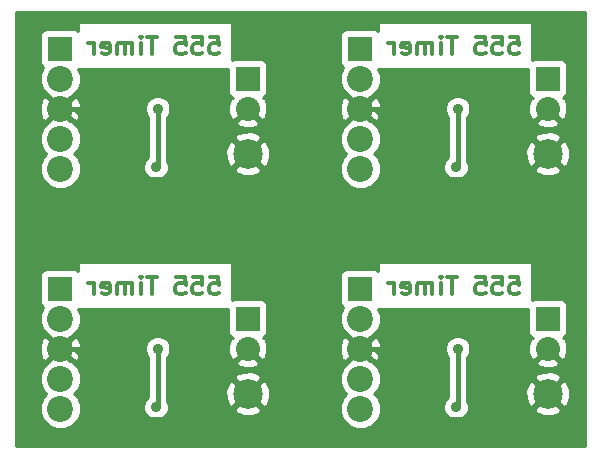
<source format=gbl>
G04 (created by PCBNEW (2013-07-07 BZR 4022)-stable) date 29/12/2014 16:41:19*
%MOIN*%
G04 Gerber Fmt 3.4, Leading zero omitted, Abs format*
%FSLAX34Y34*%
G01*
G70*
G90*
G04 APERTURE LIST*
%ADD10C,0.00590551*%
%ADD11C,0.011811*%
%ADD12C,0.0984252*%
%ADD13R,0.0827X0.0827*%
%ADD14C,0.0866*%
%ADD15R,0.08X0.08*%
%ADD16C,0.08*%
%ADD17C,0.035*%
%ADD18C,0.015*%
%ADD19C,0.01*%
G04 APERTURE END LIST*
G54D10*
G54D11*
X47741Y-22598D02*
X48023Y-22598D01*
X48051Y-22879D01*
X48023Y-22851D01*
X47966Y-22823D01*
X47826Y-22823D01*
X47770Y-22851D01*
X47741Y-22879D01*
X47713Y-22935D01*
X47713Y-23076D01*
X47741Y-23132D01*
X47770Y-23160D01*
X47826Y-23189D01*
X47966Y-23189D01*
X48023Y-23160D01*
X48051Y-23132D01*
X47179Y-22598D02*
X47460Y-22598D01*
X47488Y-22879D01*
X47460Y-22851D01*
X47404Y-22823D01*
X47263Y-22823D01*
X47207Y-22851D01*
X47179Y-22879D01*
X47151Y-22935D01*
X47151Y-23076D01*
X47179Y-23132D01*
X47207Y-23160D01*
X47263Y-23189D01*
X47404Y-23189D01*
X47460Y-23160D01*
X47488Y-23132D01*
X46617Y-22598D02*
X46898Y-22598D01*
X46926Y-22879D01*
X46898Y-22851D01*
X46842Y-22823D01*
X46701Y-22823D01*
X46645Y-22851D01*
X46617Y-22879D01*
X46588Y-22935D01*
X46588Y-23076D01*
X46617Y-23132D01*
X46645Y-23160D01*
X46701Y-23189D01*
X46842Y-23189D01*
X46898Y-23160D01*
X46926Y-23132D01*
X45970Y-22598D02*
X45632Y-22598D01*
X45801Y-23189D02*
X45801Y-22598D01*
X45435Y-23189D02*
X45435Y-22795D01*
X45435Y-22598D02*
X45464Y-22626D01*
X45435Y-22654D01*
X45407Y-22626D01*
X45435Y-22598D01*
X45435Y-22654D01*
X45154Y-23189D02*
X45154Y-22795D01*
X45154Y-22851D02*
X45126Y-22823D01*
X45070Y-22795D01*
X44986Y-22795D01*
X44929Y-22823D01*
X44901Y-22879D01*
X44901Y-23189D01*
X44901Y-22879D02*
X44873Y-22823D01*
X44817Y-22795D01*
X44732Y-22795D01*
X44676Y-22823D01*
X44648Y-22879D01*
X44648Y-23189D01*
X44142Y-23160D02*
X44198Y-23189D01*
X44311Y-23189D01*
X44367Y-23160D01*
X44395Y-23104D01*
X44395Y-22879D01*
X44367Y-22823D01*
X44311Y-22795D01*
X44198Y-22795D01*
X44142Y-22823D01*
X44114Y-22879D01*
X44114Y-22935D01*
X44395Y-22992D01*
X43861Y-23189D02*
X43861Y-22795D01*
X43861Y-22907D02*
X43833Y-22851D01*
X43804Y-22823D01*
X43748Y-22795D01*
X43692Y-22795D01*
X57741Y-22598D02*
X58023Y-22598D01*
X58051Y-22879D01*
X58023Y-22851D01*
X57966Y-22823D01*
X57826Y-22823D01*
X57770Y-22851D01*
X57741Y-22879D01*
X57713Y-22935D01*
X57713Y-23076D01*
X57741Y-23132D01*
X57770Y-23160D01*
X57826Y-23189D01*
X57966Y-23189D01*
X58023Y-23160D01*
X58051Y-23132D01*
X57179Y-22598D02*
X57460Y-22598D01*
X57488Y-22879D01*
X57460Y-22851D01*
X57404Y-22823D01*
X57263Y-22823D01*
X57207Y-22851D01*
X57179Y-22879D01*
X57151Y-22935D01*
X57151Y-23076D01*
X57179Y-23132D01*
X57207Y-23160D01*
X57263Y-23189D01*
X57404Y-23189D01*
X57460Y-23160D01*
X57488Y-23132D01*
X56617Y-22598D02*
X56898Y-22598D01*
X56926Y-22879D01*
X56898Y-22851D01*
X56842Y-22823D01*
X56701Y-22823D01*
X56645Y-22851D01*
X56617Y-22879D01*
X56588Y-22935D01*
X56588Y-23076D01*
X56617Y-23132D01*
X56645Y-23160D01*
X56701Y-23189D01*
X56842Y-23189D01*
X56898Y-23160D01*
X56926Y-23132D01*
X55970Y-22598D02*
X55632Y-22598D01*
X55801Y-23189D02*
X55801Y-22598D01*
X55435Y-23189D02*
X55435Y-22795D01*
X55435Y-22598D02*
X55464Y-22626D01*
X55435Y-22654D01*
X55407Y-22626D01*
X55435Y-22598D01*
X55435Y-22654D01*
X55154Y-23189D02*
X55154Y-22795D01*
X55154Y-22851D02*
X55126Y-22823D01*
X55070Y-22795D01*
X54986Y-22795D01*
X54929Y-22823D01*
X54901Y-22879D01*
X54901Y-23189D01*
X54901Y-22879D02*
X54873Y-22823D01*
X54817Y-22795D01*
X54732Y-22795D01*
X54676Y-22823D01*
X54648Y-22879D01*
X54648Y-23189D01*
X54142Y-23160D02*
X54198Y-23189D01*
X54311Y-23189D01*
X54367Y-23160D01*
X54395Y-23104D01*
X54395Y-22879D01*
X54367Y-22823D01*
X54311Y-22795D01*
X54198Y-22795D01*
X54142Y-22823D01*
X54114Y-22879D01*
X54114Y-22935D01*
X54395Y-22992D01*
X53861Y-23189D02*
X53861Y-22795D01*
X53861Y-22907D02*
X53833Y-22851D01*
X53804Y-22823D01*
X53748Y-22795D01*
X53692Y-22795D01*
X57741Y-14598D02*
X58023Y-14598D01*
X58051Y-14879D01*
X58023Y-14851D01*
X57966Y-14823D01*
X57826Y-14823D01*
X57770Y-14851D01*
X57741Y-14879D01*
X57713Y-14935D01*
X57713Y-15076D01*
X57741Y-15132D01*
X57770Y-15160D01*
X57826Y-15189D01*
X57966Y-15189D01*
X58023Y-15160D01*
X58051Y-15132D01*
X57179Y-14598D02*
X57460Y-14598D01*
X57488Y-14879D01*
X57460Y-14851D01*
X57404Y-14823D01*
X57263Y-14823D01*
X57207Y-14851D01*
X57179Y-14879D01*
X57151Y-14935D01*
X57151Y-15076D01*
X57179Y-15132D01*
X57207Y-15160D01*
X57263Y-15189D01*
X57404Y-15189D01*
X57460Y-15160D01*
X57488Y-15132D01*
X56617Y-14598D02*
X56898Y-14598D01*
X56926Y-14879D01*
X56898Y-14851D01*
X56842Y-14823D01*
X56701Y-14823D01*
X56645Y-14851D01*
X56617Y-14879D01*
X56588Y-14935D01*
X56588Y-15076D01*
X56617Y-15132D01*
X56645Y-15160D01*
X56701Y-15189D01*
X56842Y-15189D01*
X56898Y-15160D01*
X56926Y-15132D01*
X55970Y-14598D02*
X55632Y-14598D01*
X55801Y-15189D02*
X55801Y-14598D01*
X55435Y-15189D02*
X55435Y-14795D01*
X55435Y-14598D02*
X55464Y-14626D01*
X55435Y-14654D01*
X55407Y-14626D01*
X55435Y-14598D01*
X55435Y-14654D01*
X55154Y-15189D02*
X55154Y-14795D01*
X55154Y-14851D02*
X55126Y-14823D01*
X55070Y-14795D01*
X54986Y-14795D01*
X54929Y-14823D01*
X54901Y-14879D01*
X54901Y-15189D01*
X54901Y-14879D02*
X54873Y-14823D01*
X54817Y-14795D01*
X54732Y-14795D01*
X54676Y-14823D01*
X54648Y-14879D01*
X54648Y-15189D01*
X54142Y-15160D02*
X54198Y-15189D01*
X54311Y-15189D01*
X54367Y-15160D01*
X54395Y-15104D01*
X54395Y-14879D01*
X54367Y-14823D01*
X54311Y-14795D01*
X54198Y-14795D01*
X54142Y-14823D01*
X54114Y-14879D01*
X54114Y-14935D01*
X54395Y-14992D01*
X53861Y-15189D02*
X53861Y-14795D01*
X53861Y-14907D02*
X53833Y-14851D01*
X53804Y-14823D01*
X53748Y-14795D01*
X53692Y-14795D01*
X47741Y-14598D02*
X48023Y-14598D01*
X48051Y-14879D01*
X48023Y-14851D01*
X47966Y-14823D01*
X47826Y-14823D01*
X47770Y-14851D01*
X47741Y-14879D01*
X47713Y-14935D01*
X47713Y-15076D01*
X47741Y-15132D01*
X47770Y-15160D01*
X47826Y-15189D01*
X47966Y-15189D01*
X48023Y-15160D01*
X48051Y-15132D01*
X47179Y-14598D02*
X47460Y-14598D01*
X47488Y-14879D01*
X47460Y-14851D01*
X47404Y-14823D01*
X47263Y-14823D01*
X47207Y-14851D01*
X47179Y-14879D01*
X47151Y-14935D01*
X47151Y-15076D01*
X47179Y-15132D01*
X47207Y-15160D01*
X47263Y-15189D01*
X47404Y-15189D01*
X47460Y-15160D01*
X47488Y-15132D01*
X46617Y-14598D02*
X46898Y-14598D01*
X46926Y-14879D01*
X46898Y-14851D01*
X46842Y-14823D01*
X46701Y-14823D01*
X46645Y-14851D01*
X46617Y-14879D01*
X46588Y-14935D01*
X46588Y-15076D01*
X46617Y-15132D01*
X46645Y-15160D01*
X46701Y-15189D01*
X46842Y-15189D01*
X46898Y-15160D01*
X46926Y-15132D01*
X45970Y-14598D02*
X45632Y-14598D01*
X45801Y-15189D02*
X45801Y-14598D01*
X45435Y-15189D02*
X45435Y-14795D01*
X45435Y-14598D02*
X45464Y-14626D01*
X45435Y-14654D01*
X45407Y-14626D01*
X45435Y-14598D01*
X45435Y-14654D01*
X45154Y-15189D02*
X45154Y-14795D01*
X45154Y-14851D02*
X45126Y-14823D01*
X45070Y-14795D01*
X44986Y-14795D01*
X44929Y-14823D01*
X44901Y-14879D01*
X44901Y-15189D01*
X44901Y-14879D02*
X44873Y-14823D01*
X44817Y-14795D01*
X44732Y-14795D01*
X44676Y-14823D01*
X44648Y-14879D01*
X44648Y-15189D01*
X44142Y-15160D02*
X44198Y-15189D01*
X44311Y-15189D01*
X44367Y-15160D01*
X44395Y-15104D01*
X44395Y-14879D01*
X44367Y-14823D01*
X44311Y-14795D01*
X44198Y-14795D01*
X44142Y-14823D01*
X44114Y-14879D01*
X44114Y-14935D01*
X44395Y-14992D01*
X43861Y-15189D02*
X43861Y-14795D01*
X43861Y-14907D02*
X43833Y-14851D01*
X43804Y-14823D01*
X43748Y-14795D01*
X43692Y-14795D01*
G54D12*
X49000Y-26500D03*
G54D13*
X42750Y-23000D03*
G54D14*
X42750Y-24000D03*
X42750Y-25000D03*
X42750Y-26000D03*
X42750Y-27000D03*
G54D15*
X49000Y-24000D03*
G54D16*
X49000Y-25000D03*
G54D15*
X59000Y-24000D03*
G54D16*
X59000Y-25000D03*
G54D13*
X52750Y-23000D03*
G54D14*
X52750Y-24000D03*
X52750Y-25000D03*
X52750Y-26000D03*
X52750Y-27000D03*
G54D12*
X59000Y-26500D03*
X59000Y-18500D03*
G54D13*
X52750Y-15000D03*
G54D14*
X52750Y-16000D03*
X52750Y-17000D03*
X52750Y-18000D03*
X52750Y-19000D03*
G54D15*
X59000Y-16000D03*
G54D16*
X59000Y-17000D03*
G54D15*
X49000Y-16000D03*
G54D16*
X49000Y-17000D03*
G54D13*
X42750Y-15000D03*
G54D14*
X42750Y-16000D03*
X42750Y-17000D03*
X42750Y-18000D03*
X42750Y-19000D03*
G54D12*
X49000Y-18500D03*
G54D17*
X45950Y-26950D03*
X46000Y-25000D03*
X56000Y-25000D03*
X55950Y-26950D03*
X55950Y-18950D03*
X56000Y-17000D03*
X46000Y-17000D03*
X45950Y-18950D03*
X43850Y-25500D03*
X53850Y-25500D03*
X53850Y-17500D03*
X43850Y-17500D03*
G54D18*
X45950Y-26950D02*
X46000Y-26900D01*
X46000Y-26900D02*
X46000Y-25000D01*
X56000Y-26900D02*
X56000Y-25000D01*
X55950Y-26950D02*
X56000Y-26900D01*
X55950Y-18950D02*
X56000Y-18900D01*
X56000Y-18900D02*
X56000Y-17000D01*
X46000Y-18900D02*
X46000Y-17000D01*
X45950Y-18950D02*
X46000Y-18900D01*
X48100Y-27350D02*
X46750Y-27350D01*
X48950Y-26500D02*
X48100Y-27350D01*
X49000Y-26500D02*
X48950Y-26500D01*
X43350Y-25000D02*
X43850Y-25500D01*
X42750Y-25000D02*
X43350Y-25000D01*
X43250Y-25000D02*
X45600Y-27350D01*
X45600Y-27350D02*
X46750Y-27350D01*
X42750Y-25000D02*
X43250Y-25000D01*
X52750Y-25000D02*
X53250Y-25000D01*
X55600Y-27350D02*
X56750Y-27350D01*
X53250Y-25000D02*
X55600Y-27350D01*
X52750Y-25000D02*
X53350Y-25000D01*
X53350Y-25000D02*
X53850Y-25500D01*
X59000Y-26500D02*
X58950Y-26500D01*
X58950Y-26500D02*
X58100Y-27350D01*
X58100Y-27350D02*
X56750Y-27350D01*
X58100Y-19350D02*
X56750Y-19350D01*
X58950Y-18500D02*
X58100Y-19350D01*
X59000Y-18500D02*
X58950Y-18500D01*
X53350Y-17000D02*
X53850Y-17500D01*
X52750Y-17000D02*
X53350Y-17000D01*
X53250Y-17000D02*
X55600Y-19350D01*
X55600Y-19350D02*
X56750Y-19350D01*
X52750Y-17000D02*
X53250Y-17000D01*
X42750Y-17000D02*
X43250Y-17000D01*
X45600Y-19350D02*
X46750Y-19350D01*
X43250Y-17000D02*
X45600Y-19350D01*
X42750Y-17000D02*
X43350Y-17000D01*
X43350Y-17000D02*
X43850Y-17500D01*
X49000Y-18500D02*
X48950Y-18500D01*
X48950Y-18500D02*
X48100Y-19350D01*
X48100Y-19350D02*
X46750Y-19350D01*
G54D10*
G36*
X60230Y-28230D02*
X59745Y-28230D01*
X59745Y-26627D01*
X59745Y-18627D01*
X59737Y-18332D01*
X59654Y-18130D01*
X59654Y-17105D01*
X59644Y-16847D01*
X59564Y-16652D01*
X59501Y-16628D01*
X59541Y-16612D01*
X59611Y-16541D01*
X59649Y-16449D01*
X59650Y-16350D01*
X59650Y-15550D01*
X59612Y-15458D01*
X59541Y-15388D01*
X59449Y-15350D01*
X59350Y-15349D01*
X58550Y-15349D01*
X58472Y-15382D01*
X58472Y-14109D01*
X53327Y-14109D01*
X53327Y-14396D01*
X53305Y-14374D01*
X53213Y-14336D01*
X53113Y-14336D01*
X52286Y-14336D01*
X52195Y-14374D01*
X52124Y-14444D01*
X52086Y-14536D01*
X52086Y-14636D01*
X52086Y-15463D01*
X52124Y-15554D01*
X52176Y-15607D01*
X52171Y-15612D01*
X52067Y-15863D01*
X52066Y-16135D01*
X52170Y-16386D01*
X52362Y-16578D01*
X52425Y-16604D01*
X52750Y-16929D01*
X53074Y-16605D01*
X53136Y-16579D01*
X53328Y-16387D01*
X53432Y-16136D01*
X53433Y-15864D01*
X53353Y-15672D01*
X58349Y-15672D01*
X58349Y-16449D01*
X58387Y-16541D01*
X58458Y-16611D01*
X58498Y-16628D01*
X58435Y-16652D01*
X58345Y-16894D01*
X58355Y-17152D01*
X58435Y-17347D01*
X58541Y-17387D01*
X58929Y-17000D01*
X58923Y-16994D01*
X58994Y-16923D01*
X59000Y-16929D01*
X59005Y-16923D01*
X59076Y-16994D01*
X59070Y-17000D01*
X59458Y-17387D01*
X59564Y-17347D01*
X59654Y-17105D01*
X59654Y-18130D01*
X59640Y-18096D01*
X59524Y-18045D01*
X59454Y-18116D01*
X59454Y-17975D01*
X59403Y-17859D01*
X59387Y-17853D01*
X59387Y-17458D01*
X59000Y-17070D01*
X58612Y-17458D01*
X58652Y-17564D01*
X58894Y-17654D01*
X59152Y-17644D01*
X59347Y-17564D01*
X59387Y-17458D01*
X59387Y-17853D01*
X59127Y-17754D01*
X58832Y-17762D01*
X58596Y-17859D01*
X58545Y-17975D01*
X59000Y-18429D01*
X59454Y-17975D01*
X59454Y-18116D01*
X59070Y-18500D01*
X59524Y-18954D01*
X59640Y-18903D01*
X59745Y-18627D01*
X59745Y-26627D01*
X59737Y-26332D01*
X59654Y-26130D01*
X59654Y-25105D01*
X59644Y-24847D01*
X59564Y-24652D01*
X59501Y-24628D01*
X59541Y-24612D01*
X59611Y-24541D01*
X59649Y-24449D01*
X59650Y-24350D01*
X59650Y-23550D01*
X59612Y-23458D01*
X59541Y-23388D01*
X59454Y-23351D01*
X59454Y-19024D01*
X59000Y-18570D01*
X58929Y-18641D01*
X58929Y-18500D01*
X58475Y-18045D01*
X58359Y-18096D01*
X58254Y-18372D01*
X58262Y-18667D01*
X58359Y-18903D01*
X58475Y-18954D01*
X58929Y-18500D01*
X58929Y-18641D01*
X58545Y-19024D01*
X58596Y-19140D01*
X58872Y-19245D01*
X59167Y-19237D01*
X59403Y-19140D01*
X59454Y-19024D01*
X59454Y-23351D01*
X59449Y-23350D01*
X59350Y-23349D01*
X58550Y-23349D01*
X58472Y-23382D01*
X58472Y-22109D01*
X56425Y-22109D01*
X56425Y-16915D01*
X56360Y-16759D01*
X56241Y-16639D01*
X56084Y-16575D01*
X55915Y-16574D01*
X55759Y-16639D01*
X55639Y-16758D01*
X55575Y-16915D01*
X55574Y-17084D01*
X55639Y-17240D01*
X55675Y-17275D01*
X55675Y-18624D01*
X55589Y-18708D01*
X55525Y-18865D01*
X55524Y-19034D01*
X55589Y-19190D01*
X55708Y-19310D01*
X55865Y-19374D01*
X56034Y-19375D01*
X56190Y-19310D01*
X56310Y-19191D01*
X56374Y-19034D01*
X56375Y-18865D01*
X56325Y-18744D01*
X56325Y-17276D01*
X56360Y-17241D01*
X56424Y-17084D01*
X56425Y-16915D01*
X56425Y-22109D01*
X53437Y-22109D01*
X53437Y-17113D01*
X53428Y-16841D01*
X53341Y-16632D01*
X53232Y-16588D01*
X52820Y-17000D01*
X53232Y-17411D01*
X53341Y-17367D01*
X53437Y-17113D01*
X53437Y-22109D01*
X53433Y-22109D01*
X53433Y-18864D01*
X53329Y-18613D01*
X53215Y-18499D01*
X53328Y-18387D01*
X53432Y-18136D01*
X53433Y-17864D01*
X53329Y-17613D01*
X53137Y-17421D01*
X53074Y-17395D01*
X52750Y-17070D01*
X52679Y-17141D01*
X52679Y-17000D01*
X52267Y-16588D01*
X52158Y-16632D01*
X52062Y-16886D01*
X52071Y-17158D01*
X52158Y-17367D01*
X52267Y-17411D01*
X52679Y-17000D01*
X52679Y-17141D01*
X52425Y-17394D01*
X52363Y-17420D01*
X52171Y-17612D01*
X52067Y-17863D01*
X52066Y-18135D01*
X52170Y-18386D01*
X52284Y-18500D01*
X52171Y-18612D01*
X52067Y-18863D01*
X52066Y-19135D01*
X52170Y-19386D01*
X52362Y-19578D01*
X52613Y-19682D01*
X52885Y-19683D01*
X53136Y-19579D01*
X53328Y-19387D01*
X53432Y-19136D01*
X53433Y-18864D01*
X53433Y-22109D01*
X53327Y-22109D01*
X53327Y-22396D01*
X53305Y-22374D01*
X53213Y-22336D01*
X53113Y-22336D01*
X52286Y-22336D01*
X52195Y-22374D01*
X52124Y-22444D01*
X52086Y-22536D01*
X52086Y-22636D01*
X52086Y-23463D01*
X52124Y-23554D01*
X52176Y-23607D01*
X52171Y-23612D01*
X52067Y-23863D01*
X52066Y-24135D01*
X52170Y-24386D01*
X52362Y-24578D01*
X52425Y-24604D01*
X52750Y-24929D01*
X53074Y-24605D01*
X53136Y-24579D01*
X53328Y-24387D01*
X53432Y-24136D01*
X53433Y-23864D01*
X53353Y-23672D01*
X58349Y-23672D01*
X58349Y-24449D01*
X58387Y-24541D01*
X58458Y-24611D01*
X58498Y-24628D01*
X58435Y-24652D01*
X58345Y-24894D01*
X58355Y-25152D01*
X58435Y-25347D01*
X58541Y-25387D01*
X58929Y-25000D01*
X58923Y-24994D01*
X58994Y-24923D01*
X59000Y-24929D01*
X59005Y-24923D01*
X59076Y-24994D01*
X59070Y-25000D01*
X59458Y-25387D01*
X59564Y-25347D01*
X59654Y-25105D01*
X59654Y-26130D01*
X59640Y-26096D01*
X59524Y-26045D01*
X59454Y-26116D01*
X59454Y-25975D01*
X59403Y-25859D01*
X59387Y-25853D01*
X59387Y-25458D01*
X59000Y-25070D01*
X58612Y-25458D01*
X58652Y-25564D01*
X58894Y-25654D01*
X59152Y-25644D01*
X59347Y-25564D01*
X59387Y-25458D01*
X59387Y-25853D01*
X59127Y-25754D01*
X58832Y-25762D01*
X58596Y-25859D01*
X58545Y-25975D01*
X59000Y-26429D01*
X59454Y-25975D01*
X59454Y-26116D01*
X59070Y-26500D01*
X59524Y-26954D01*
X59640Y-26903D01*
X59745Y-26627D01*
X59745Y-28230D01*
X59454Y-28230D01*
X59454Y-27024D01*
X59000Y-26570D01*
X58929Y-26641D01*
X58929Y-26500D01*
X58475Y-26045D01*
X58359Y-26096D01*
X58254Y-26372D01*
X58262Y-26667D01*
X58359Y-26903D01*
X58475Y-26954D01*
X58929Y-26500D01*
X58929Y-26641D01*
X58545Y-27024D01*
X58596Y-27140D01*
X58872Y-27245D01*
X59167Y-27237D01*
X59403Y-27140D01*
X59454Y-27024D01*
X59454Y-28230D01*
X56425Y-28230D01*
X56425Y-24915D01*
X56360Y-24759D01*
X56241Y-24639D01*
X56084Y-24575D01*
X55915Y-24574D01*
X55759Y-24639D01*
X55639Y-24758D01*
X55575Y-24915D01*
X55574Y-25084D01*
X55639Y-25240D01*
X55675Y-25275D01*
X55675Y-26624D01*
X55589Y-26708D01*
X55525Y-26865D01*
X55524Y-27034D01*
X55589Y-27190D01*
X55708Y-27310D01*
X55865Y-27374D01*
X56034Y-27375D01*
X56190Y-27310D01*
X56310Y-27191D01*
X56374Y-27034D01*
X56375Y-26865D01*
X56325Y-26744D01*
X56325Y-25276D01*
X56360Y-25241D01*
X56424Y-25084D01*
X56425Y-24915D01*
X56425Y-28230D01*
X53437Y-28230D01*
X53437Y-25113D01*
X53428Y-24841D01*
X53341Y-24632D01*
X53232Y-24588D01*
X52820Y-25000D01*
X53232Y-25411D01*
X53341Y-25367D01*
X53437Y-25113D01*
X53437Y-28230D01*
X53433Y-28230D01*
X53433Y-26864D01*
X53329Y-26613D01*
X53215Y-26499D01*
X53328Y-26387D01*
X53432Y-26136D01*
X53433Y-25864D01*
X53329Y-25613D01*
X53137Y-25421D01*
X53074Y-25395D01*
X52750Y-25070D01*
X52679Y-25141D01*
X52679Y-25000D01*
X52267Y-24588D01*
X52158Y-24632D01*
X52062Y-24886D01*
X52071Y-25158D01*
X52158Y-25367D01*
X52267Y-25411D01*
X52679Y-25000D01*
X52679Y-25141D01*
X52425Y-25394D01*
X52363Y-25420D01*
X52171Y-25612D01*
X52067Y-25863D01*
X52066Y-26135D01*
X52170Y-26386D01*
X52284Y-26500D01*
X52171Y-26612D01*
X52067Y-26863D01*
X52066Y-27135D01*
X52170Y-27386D01*
X52362Y-27578D01*
X52613Y-27682D01*
X52885Y-27683D01*
X53136Y-27579D01*
X53328Y-27387D01*
X53432Y-27136D01*
X53433Y-26864D01*
X53433Y-28230D01*
X49745Y-28230D01*
X49745Y-26627D01*
X49745Y-18627D01*
X49737Y-18332D01*
X49654Y-18130D01*
X49654Y-17105D01*
X49644Y-16847D01*
X49564Y-16652D01*
X49501Y-16628D01*
X49541Y-16612D01*
X49611Y-16541D01*
X49649Y-16449D01*
X49650Y-16350D01*
X49650Y-15550D01*
X49612Y-15458D01*
X49541Y-15388D01*
X49449Y-15350D01*
X49350Y-15349D01*
X48550Y-15349D01*
X48472Y-15382D01*
X48472Y-14109D01*
X43327Y-14109D01*
X43327Y-14396D01*
X43305Y-14374D01*
X43213Y-14336D01*
X43113Y-14336D01*
X42286Y-14336D01*
X42195Y-14374D01*
X42124Y-14444D01*
X42086Y-14536D01*
X42086Y-14636D01*
X42086Y-15463D01*
X42124Y-15554D01*
X42176Y-15607D01*
X42171Y-15612D01*
X42067Y-15863D01*
X42066Y-16135D01*
X42170Y-16386D01*
X42362Y-16578D01*
X42425Y-16604D01*
X42750Y-16929D01*
X43074Y-16605D01*
X43136Y-16579D01*
X43328Y-16387D01*
X43432Y-16136D01*
X43433Y-15864D01*
X43353Y-15672D01*
X48349Y-15672D01*
X48349Y-16449D01*
X48387Y-16541D01*
X48458Y-16611D01*
X48498Y-16628D01*
X48435Y-16652D01*
X48345Y-16894D01*
X48355Y-17152D01*
X48435Y-17347D01*
X48541Y-17387D01*
X48929Y-17000D01*
X48923Y-16994D01*
X48994Y-16923D01*
X49000Y-16929D01*
X49005Y-16923D01*
X49076Y-16994D01*
X49070Y-17000D01*
X49458Y-17387D01*
X49564Y-17347D01*
X49654Y-17105D01*
X49654Y-18130D01*
X49640Y-18096D01*
X49524Y-18045D01*
X49454Y-18116D01*
X49454Y-17975D01*
X49403Y-17859D01*
X49387Y-17853D01*
X49387Y-17458D01*
X49000Y-17070D01*
X48612Y-17458D01*
X48652Y-17564D01*
X48894Y-17654D01*
X49152Y-17644D01*
X49347Y-17564D01*
X49387Y-17458D01*
X49387Y-17853D01*
X49127Y-17754D01*
X48832Y-17762D01*
X48596Y-17859D01*
X48545Y-17975D01*
X49000Y-18429D01*
X49454Y-17975D01*
X49454Y-18116D01*
X49070Y-18500D01*
X49524Y-18954D01*
X49640Y-18903D01*
X49745Y-18627D01*
X49745Y-26627D01*
X49737Y-26332D01*
X49654Y-26130D01*
X49654Y-25105D01*
X49644Y-24847D01*
X49564Y-24652D01*
X49501Y-24628D01*
X49541Y-24612D01*
X49611Y-24541D01*
X49649Y-24449D01*
X49650Y-24350D01*
X49650Y-23550D01*
X49612Y-23458D01*
X49541Y-23388D01*
X49454Y-23351D01*
X49454Y-19024D01*
X49000Y-18570D01*
X48929Y-18641D01*
X48929Y-18500D01*
X48475Y-18045D01*
X48359Y-18096D01*
X48254Y-18372D01*
X48262Y-18667D01*
X48359Y-18903D01*
X48475Y-18954D01*
X48929Y-18500D01*
X48929Y-18641D01*
X48545Y-19024D01*
X48596Y-19140D01*
X48872Y-19245D01*
X49167Y-19237D01*
X49403Y-19140D01*
X49454Y-19024D01*
X49454Y-23351D01*
X49449Y-23350D01*
X49350Y-23349D01*
X48550Y-23349D01*
X48472Y-23382D01*
X48472Y-22109D01*
X46425Y-22109D01*
X46425Y-16915D01*
X46360Y-16759D01*
X46241Y-16639D01*
X46084Y-16575D01*
X45915Y-16574D01*
X45759Y-16639D01*
X45639Y-16758D01*
X45575Y-16915D01*
X45574Y-17084D01*
X45639Y-17240D01*
X45675Y-17275D01*
X45675Y-18624D01*
X45589Y-18708D01*
X45525Y-18865D01*
X45524Y-19034D01*
X45589Y-19190D01*
X45708Y-19310D01*
X45865Y-19374D01*
X46034Y-19375D01*
X46190Y-19310D01*
X46310Y-19191D01*
X46374Y-19034D01*
X46375Y-18865D01*
X46325Y-18744D01*
X46325Y-17276D01*
X46360Y-17241D01*
X46424Y-17084D01*
X46425Y-16915D01*
X46425Y-22109D01*
X43437Y-22109D01*
X43437Y-17113D01*
X43428Y-16841D01*
X43341Y-16632D01*
X43232Y-16588D01*
X42820Y-17000D01*
X43232Y-17411D01*
X43341Y-17367D01*
X43437Y-17113D01*
X43437Y-22109D01*
X43433Y-22109D01*
X43433Y-18864D01*
X43329Y-18613D01*
X43215Y-18499D01*
X43328Y-18387D01*
X43432Y-18136D01*
X43433Y-17864D01*
X43329Y-17613D01*
X43137Y-17421D01*
X43074Y-17395D01*
X42750Y-17070D01*
X42679Y-17141D01*
X42679Y-17000D01*
X42267Y-16588D01*
X42158Y-16632D01*
X42062Y-16886D01*
X42071Y-17158D01*
X42158Y-17367D01*
X42267Y-17411D01*
X42679Y-17000D01*
X42679Y-17141D01*
X42425Y-17394D01*
X42363Y-17420D01*
X42171Y-17612D01*
X42067Y-17863D01*
X42066Y-18135D01*
X42170Y-18386D01*
X42284Y-18500D01*
X42171Y-18612D01*
X42067Y-18863D01*
X42066Y-19135D01*
X42170Y-19386D01*
X42362Y-19578D01*
X42613Y-19682D01*
X42885Y-19683D01*
X43136Y-19579D01*
X43328Y-19387D01*
X43432Y-19136D01*
X43433Y-18864D01*
X43433Y-22109D01*
X43327Y-22109D01*
X43327Y-22396D01*
X43305Y-22374D01*
X43213Y-22336D01*
X43113Y-22336D01*
X42286Y-22336D01*
X42195Y-22374D01*
X42124Y-22444D01*
X42086Y-22536D01*
X42086Y-22636D01*
X42086Y-23463D01*
X42124Y-23554D01*
X42176Y-23607D01*
X42171Y-23612D01*
X42067Y-23863D01*
X42066Y-24135D01*
X42170Y-24386D01*
X42362Y-24578D01*
X42425Y-24604D01*
X42750Y-24929D01*
X43074Y-24605D01*
X43136Y-24579D01*
X43328Y-24387D01*
X43432Y-24136D01*
X43433Y-23864D01*
X43353Y-23672D01*
X48349Y-23672D01*
X48349Y-24449D01*
X48387Y-24541D01*
X48458Y-24611D01*
X48498Y-24628D01*
X48435Y-24652D01*
X48345Y-24894D01*
X48355Y-25152D01*
X48435Y-25347D01*
X48541Y-25387D01*
X48929Y-25000D01*
X48923Y-24994D01*
X48994Y-24923D01*
X49000Y-24929D01*
X49005Y-24923D01*
X49076Y-24994D01*
X49070Y-25000D01*
X49458Y-25387D01*
X49564Y-25347D01*
X49654Y-25105D01*
X49654Y-26130D01*
X49640Y-26096D01*
X49524Y-26045D01*
X49454Y-26116D01*
X49454Y-25975D01*
X49403Y-25859D01*
X49387Y-25853D01*
X49387Y-25458D01*
X49000Y-25070D01*
X48612Y-25458D01*
X48652Y-25564D01*
X48894Y-25654D01*
X49152Y-25644D01*
X49347Y-25564D01*
X49387Y-25458D01*
X49387Y-25853D01*
X49127Y-25754D01*
X48832Y-25762D01*
X48596Y-25859D01*
X48545Y-25975D01*
X49000Y-26429D01*
X49454Y-25975D01*
X49454Y-26116D01*
X49070Y-26500D01*
X49524Y-26954D01*
X49640Y-26903D01*
X49745Y-26627D01*
X49745Y-28230D01*
X49454Y-28230D01*
X49454Y-27024D01*
X49000Y-26570D01*
X48929Y-26641D01*
X48929Y-26500D01*
X48475Y-26045D01*
X48359Y-26096D01*
X48254Y-26372D01*
X48262Y-26667D01*
X48359Y-26903D01*
X48475Y-26954D01*
X48929Y-26500D01*
X48929Y-26641D01*
X48545Y-27024D01*
X48596Y-27140D01*
X48872Y-27245D01*
X49167Y-27237D01*
X49403Y-27140D01*
X49454Y-27024D01*
X49454Y-28230D01*
X46425Y-28230D01*
X46425Y-24915D01*
X46360Y-24759D01*
X46241Y-24639D01*
X46084Y-24575D01*
X45915Y-24574D01*
X45759Y-24639D01*
X45639Y-24758D01*
X45575Y-24915D01*
X45574Y-25084D01*
X45639Y-25240D01*
X45675Y-25275D01*
X45675Y-26624D01*
X45589Y-26708D01*
X45525Y-26865D01*
X45524Y-27034D01*
X45589Y-27190D01*
X45708Y-27310D01*
X45865Y-27374D01*
X46034Y-27375D01*
X46190Y-27310D01*
X46310Y-27191D01*
X46374Y-27034D01*
X46375Y-26865D01*
X46325Y-26744D01*
X46325Y-25276D01*
X46360Y-25241D01*
X46424Y-25084D01*
X46425Y-24915D01*
X46425Y-28230D01*
X43437Y-28230D01*
X43437Y-25113D01*
X43428Y-24841D01*
X43341Y-24632D01*
X43232Y-24588D01*
X42820Y-25000D01*
X43232Y-25411D01*
X43341Y-25367D01*
X43437Y-25113D01*
X43437Y-28230D01*
X43433Y-28230D01*
X43433Y-26864D01*
X43329Y-26613D01*
X43215Y-26499D01*
X43328Y-26387D01*
X43432Y-26136D01*
X43433Y-25864D01*
X43329Y-25613D01*
X43137Y-25421D01*
X43074Y-25395D01*
X42750Y-25070D01*
X42679Y-25141D01*
X42679Y-25000D01*
X42267Y-24588D01*
X42158Y-24632D01*
X42062Y-24886D01*
X42071Y-25158D01*
X42158Y-25367D01*
X42267Y-25411D01*
X42679Y-25000D01*
X42679Y-25141D01*
X42425Y-25394D01*
X42363Y-25420D01*
X42171Y-25612D01*
X42067Y-25863D01*
X42066Y-26135D01*
X42170Y-26386D01*
X42284Y-26500D01*
X42171Y-26612D01*
X42067Y-26863D01*
X42066Y-27135D01*
X42170Y-27386D01*
X42362Y-27578D01*
X42613Y-27682D01*
X42885Y-27683D01*
X43136Y-27579D01*
X43328Y-27387D01*
X43432Y-27136D01*
X43433Y-26864D01*
X43433Y-28230D01*
X41269Y-28230D01*
X41269Y-13769D01*
X60230Y-13769D01*
X60230Y-28230D01*
X60230Y-28230D01*
G37*
G54D19*
X60230Y-28230D02*
X59745Y-28230D01*
X59745Y-26627D01*
X59745Y-18627D01*
X59737Y-18332D01*
X59654Y-18130D01*
X59654Y-17105D01*
X59644Y-16847D01*
X59564Y-16652D01*
X59501Y-16628D01*
X59541Y-16612D01*
X59611Y-16541D01*
X59649Y-16449D01*
X59650Y-16350D01*
X59650Y-15550D01*
X59612Y-15458D01*
X59541Y-15388D01*
X59449Y-15350D01*
X59350Y-15349D01*
X58550Y-15349D01*
X58472Y-15382D01*
X58472Y-14109D01*
X53327Y-14109D01*
X53327Y-14396D01*
X53305Y-14374D01*
X53213Y-14336D01*
X53113Y-14336D01*
X52286Y-14336D01*
X52195Y-14374D01*
X52124Y-14444D01*
X52086Y-14536D01*
X52086Y-14636D01*
X52086Y-15463D01*
X52124Y-15554D01*
X52176Y-15607D01*
X52171Y-15612D01*
X52067Y-15863D01*
X52066Y-16135D01*
X52170Y-16386D01*
X52362Y-16578D01*
X52425Y-16604D01*
X52750Y-16929D01*
X53074Y-16605D01*
X53136Y-16579D01*
X53328Y-16387D01*
X53432Y-16136D01*
X53433Y-15864D01*
X53353Y-15672D01*
X58349Y-15672D01*
X58349Y-16449D01*
X58387Y-16541D01*
X58458Y-16611D01*
X58498Y-16628D01*
X58435Y-16652D01*
X58345Y-16894D01*
X58355Y-17152D01*
X58435Y-17347D01*
X58541Y-17387D01*
X58929Y-17000D01*
X58923Y-16994D01*
X58994Y-16923D01*
X59000Y-16929D01*
X59005Y-16923D01*
X59076Y-16994D01*
X59070Y-17000D01*
X59458Y-17387D01*
X59564Y-17347D01*
X59654Y-17105D01*
X59654Y-18130D01*
X59640Y-18096D01*
X59524Y-18045D01*
X59454Y-18116D01*
X59454Y-17975D01*
X59403Y-17859D01*
X59387Y-17853D01*
X59387Y-17458D01*
X59000Y-17070D01*
X58612Y-17458D01*
X58652Y-17564D01*
X58894Y-17654D01*
X59152Y-17644D01*
X59347Y-17564D01*
X59387Y-17458D01*
X59387Y-17853D01*
X59127Y-17754D01*
X58832Y-17762D01*
X58596Y-17859D01*
X58545Y-17975D01*
X59000Y-18429D01*
X59454Y-17975D01*
X59454Y-18116D01*
X59070Y-18500D01*
X59524Y-18954D01*
X59640Y-18903D01*
X59745Y-18627D01*
X59745Y-26627D01*
X59737Y-26332D01*
X59654Y-26130D01*
X59654Y-25105D01*
X59644Y-24847D01*
X59564Y-24652D01*
X59501Y-24628D01*
X59541Y-24612D01*
X59611Y-24541D01*
X59649Y-24449D01*
X59650Y-24350D01*
X59650Y-23550D01*
X59612Y-23458D01*
X59541Y-23388D01*
X59454Y-23351D01*
X59454Y-19024D01*
X59000Y-18570D01*
X58929Y-18641D01*
X58929Y-18500D01*
X58475Y-18045D01*
X58359Y-18096D01*
X58254Y-18372D01*
X58262Y-18667D01*
X58359Y-18903D01*
X58475Y-18954D01*
X58929Y-18500D01*
X58929Y-18641D01*
X58545Y-19024D01*
X58596Y-19140D01*
X58872Y-19245D01*
X59167Y-19237D01*
X59403Y-19140D01*
X59454Y-19024D01*
X59454Y-23351D01*
X59449Y-23350D01*
X59350Y-23349D01*
X58550Y-23349D01*
X58472Y-23382D01*
X58472Y-22109D01*
X56425Y-22109D01*
X56425Y-16915D01*
X56360Y-16759D01*
X56241Y-16639D01*
X56084Y-16575D01*
X55915Y-16574D01*
X55759Y-16639D01*
X55639Y-16758D01*
X55575Y-16915D01*
X55574Y-17084D01*
X55639Y-17240D01*
X55675Y-17275D01*
X55675Y-18624D01*
X55589Y-18708D01*
X55525Y-18865D01*
X55524Y-19034D01*
X55589Y-19190D01*
X55708Y-19310D01*
X55865Y-19374D01*
X56034Y-19375D01*
X56190Y-19310D01*
X56310Y-19191D01*
X56374Y-19034D01*
X56375Y-18865D01*
X56325Y-18744D01*
X56325Y-17276D01*
X56360Y-17241D01*
X56424Y-17084D01*
X56425Y-16915D01*
X56425Y-22109D01*
X53437Y-22109D01*
X53437Y-17113D01*
X53428Y-16841D01*
X53341Y-16632D01*
X53232Y-16588D01*
X52820Y-17000D01*
X53232Y-17411D01*
X53341Y-17367D01*
X53437Y-17113D01*
X53437Y-22109D01*
X53433Y-22109D01*
X53433Y-18864D01*
X53329Y-18613D01*
X53215Y-18499D01*
X53328Y-18387D01*
X53432Y-18136D01*
X53433Y-17864D01*
X53329Y-17613D01*
X53137Y-17421D01*
X53074Y-17395D01*
X52750Y-17070D01*
X52679Y-17141D01*
X52679Y-17000D01*
X52267Y-16588D01*
X52158Y-16632D01*
X52062Y-16886D01*
X52071Y-17158D01*
X52158Y-17367D01*
X52267Y-17411D01*
X52679Y-17000D01*
X52679Y-17141D01*
X52425Y-17394D01*
X52363Y-17420D01*
X52171Y-17612D01*
X52067Y-17863D01*
X52066Y-18135D01*
X52170Y-18386D01*
X52284Y-18500D01*
X52171Y-18612D01*
X52067Y-18863D01*
X52066Y-19135D01*
X52170Y-19386D01*
X52362Y-19578D01*
X52613Y-19682D01*
X52885Y-19683D01*
X53136Y-19579D01*
X53328Y-19387D01*
X53432Y-19136D01*
X53433Y-18864D01*
X53433Y-22109D01*
X53327Y-22109D01*
X53327Y-22396D01*
X53305Y-22374D01*
X53213Y-22336D01*
X53113Y-22336D01*
X52286Y-22336D01*
X52195Y-22374D01*
X52124Y-22444D01*
X52086Y-22536D01*
X52086Y-22636D01*
X52086Y-23463D01*
X52124Y-23554D01*
X52176Y-23607D01*
X52171Y-23612D01*
X52067Y-23863D01*
X52066Y-24135D01*
X52170Y-24386D01*
X52362Y-24578D01*
X52425Y-24604D01*
X52750Y-24929D01*
X53074Y-24605D01*
X53136Y-24579D01*
X53328Y-24387D01*
X53432Y-24136D01*
X53433Y-23864D01*
X53353Y-23672D01*
X58349Y-23672D01*
X58349Y-24449D01*
X58387Y-24541D01*
X58458Y-24611D01*
X58498Y-24628D01*
X58435Y-24652D01*
X58345Y-24894D01*
X58355Y-25152D01*
X58435Y-25347D01*
X58541Y-25387D01*
X58929Y-25000D01*
X58923Y-24994D01*
X58994Y-24923D01*
X59000Y-24929D01*
X59005Y-24923D01*
X59076Y-24994D01*
X59070Y-25000D01*
X59458Y-25387D01*
X59564Y-25347D01*
X59654Y-25105D01*
X59654Y-26130D01*
X59640Y-26096D01*
X59524Y-26045D01*
X59454Y-26116D01*
X59454Y-25975D01*
X59403Y-25859D01*
X59387Y-25853D01*
X59387Y-25458D01*
X59000Y-25070D01*
X58612Y-25458D01*
X58652Y-25564D01*
X58894Y-25654D01*
X59152Y-25644D01*
X59347Y-25564D01*
X59387Y-25458D01*
X59387Y-25853D01*
X59127Y-25754D01*
X58832Y-25762D01*
X58596Y-25859D01*
X58545Y-25975D01*
X59000Y-26429D01*
X59454Y-25975D01*
X59454Y-26116D01*
X59070Y-26500D01*
X59524Y-26954D01*
X59640Y-26903D01*
X59745Y-26627D01*
X59745Y-28230D01*
X59454Y-28230D01*
X59454Y-27024D01*
X59000Y-26570D01*
X58929Y-26641D01*
X58929Y-26500D01*
X58475Y-26045D01*
X58359Y-26096D01*
X58254Y-26372D01*
X58262Y-26667D01*
X58359Y-26903D01*
X58475Y-26954D01*
X58929Y-26500D01*
X58929Y-26641D01*
X58545Y-27024D01*
X58596Y-27140D01*
X58872Y-27245D01*
X59167Y-27237D01*
X59403Y-27140D01*
X59454Y-27024D01*
X59454Y-28230D01*
X56425Y-28230D01*
X56425Y-24915D01*
X56360Y-24759D01*
X56241Y-24639D01*
X56084Y-24575D01*
X55915Y-24574D01*
X55759Y-24639D01*
X55639Y-24758D01*
X55575Y-24915D01*
X55574Y-25084D01*
X55639Y-25240D01*
X55675Y-25275D01*
X55675Y-26624D01*
X55589Y-26708D01*
X55525Y-26865D01*
X55524Y-27034D01*
X55589Y-27190D01*
X55708Y-27310D01*
X55865Y-27374D01*
X56034Y-27375D01*
X56190Y-27310D01*
X56310Y-27191D01*
X56374Y-27034D01*
X56375Y-26865D01*
X56325Y-26744D01*
X56325Y-25276D01*
X56360Y-25241D01*
X56424Y-25084D01*
X56425Y-24915D01*
X56425Y-28230D01*
X53437Y-28230D01*
X53437Y-25113D01*
X53428Y-24841D01*
X53341Y-24632D01*
X53232Y-24588D01*
X52820Y-25000D01*
X53232Y-25411D01*
X53341Y-25367D01*
X53437Y-25113D01*
X53437Y-28230D01*
X53433Y-28230D01*
X53433Y-26864D01*
X53329Y-26613D01*
X53215Y-26499D01*
X53328Y-26387D01*
X53432Y-26136D01*
X53433Y-25864D01*
X53329Y-25613D01*
X53137Y-25421D01*
X53074Y-25395D01*
X52750Y-25070D01*
X52679Y-25141D01*
X52679Y-25000D01*
X52267Y-24588D01*
X52158Y-24632D01*
X52062Y-24886D01*
X52071Y-25158D01*
X52158Y-25367D01*
X52267Y-25411D01*
X52679Y-25000D01*
X52679Y-25141D01*
X52425Y-25394D01*
X52363Y-25420D01*
X52171Y-25612D01*
X52067Y-25863D01*
X52066Y-26135D01*
X52170Y-26386D01*
X52284Y-26500D01*
X52171Y-26612D01*
X52067Y-26863D01*
X52066Y-27135D01*
X52170Y-27386D01*
X52362Y-27578D01*
X52613Y-27682D01*
X52885Y-27683D01*
X53136Y-27579D01*
X53328Y-27387D01*
X53432Y-27136D01*
X53433Y-26864D01*
X53433Y-28230D01*
X49745Y-28230D01*
X49745Y-26627D01*
X49745Y-18627D01*
X49737Y-18332D01*
X49654Y-18130D01*
X49654Y-17105D01*
X49644Y-16847D01*
X49564Y-16652D01*
X49501Y-16628D01*
X49541Y-16612D01*
X49611Y-16541D01*
X49649Y-16449D01*
X49650Y-16350D01*
X49650Y-15550D01*
X49612Y-15458D01*
X49541Y-15388D01*
X49449Y-15350D01*
X49350Y-15349D01*
X48550Y-15349D01*
X48472Y-15382D01*
X48472Y-14109D01*
X43327Y-14109D01*
X43327Y-14396D01*
X43305Y-14374D01*
X43213Y-14336D01*
X43113Y-14336D01*
X42286Y-14336D01*
X42195Y-14374D01*
X42124Y-14444D01*
X42086Y-14536D01*
X42086Y-14636D01*
X42086Y-15463D01*
X42124Y-15554D01*
X42176Y-15607D01*
X42171Y-15612D01*
X42067Y-15863D01*
X42066Y-16135D01*
X42170Y-16386D01*
X42362Y-16578D01*
X42425Y-16604D01*
X42750Y-16929D01*
X43074Y-16605D01*
X43136Y-16579D01*
X43328Y-16387D01*
X43432Y-16136D01*
X43433Y-15864D01*
X43353Y-15672D01*
X48349Y-15672D01*
X48349Y-16449D01*
X48387Y-16541D01*
X48458Y-16611D01*
X48498Y-16628D01*
X48435Y-16652D01*
X48345Y-16894D01*
X48355Y-17152D01*
X48435Y-17347D01*
X48541Y-17387D01*
X48929Y-17000D01*
X48923Y-16994D01*
X48994Y-16923D01*
X49000Y-16929D01*
X49005Y-16923D01*
X49076Y-16994D01*
X49070Y-17000D01*
X49458Y-17387D01*
X49564Y-17347D01*
X49654Y-17105D01*
X49654Y-18130D01*
X49640Y-18096D01*
X49524Y-18045D01*
X49454Y-18116D01*
X49454Y-17975D01*
X49403Y-17859D01*
X49387Y-17853D01*
X49387Y-17458D01*
X49000Y-17070D01*
X48612Y-17458D01*
X48652Y-17564D01*
X48894Y-17654D01*
X49152Y-17644D01*
X49347Y-17564D01*
X49387Y-17458D01*
X49387Y-17853D01*
X49127Y-17754D01*
X48832Y-17762D01*
X48596Y-17859D01*
X48545Y-17975D01*
X49000Y-18429D01*
X49454Y-17975D01*
X49454Y-18116D01*
X49070Y-18500D01*
X49524Y-18954D01*
X49640Y-18903D01*
X49745Y-18627D01*
X49745Y-26627D01*
X49737Y-26332D01*
X49654Y-26130D01*
X49654Y-25105D01*
X49644Y-24847D01*
X49564Y-24652D01*
X49501Y-24628D01*
X49541Y-24612D01*
X49611Y-24541D01*
X49649Y-24449D01*
X49650Y-24350D01*
X49650Y-23550D01*
X49612Y-23458D01*
X49541Y-23388D01*
X49454Y-23351D01*
X49454Y-19024D01*
X49000Y-18570D01*
X48929Y-18641D01*
X48929Y-18500D01*
X48475Y-18045D01*
X48359Y-18096D01*
X48254Y-18372D01*
X48262Y-18667D01*
X48359Y-18903D01*
X48475Y-18954D01*
X48929Y-18500D01*
X48929Y-18641D01*
X48545Y-19024D01*
X48596Y-19140D01*
X48872Y-19245D01*
X49167Y-19237D01*
X49403Y-19140D01*
X49454Y-19024D01*
X49454Y-23351D01*
X49449Y-23350D01*
X49350Y-23349D01*
X48550Y-23349D01*
X48472Y-23382D01*
X48472Y-22109D01*
X46425Y-22109D01*
X46425Y-16915D01*
X46360Y-16759D01*
X46241Y-16639D01*
X46084Y-16575D01*
X45915Y-16574D01*
X45759Y-16639D01*
X45639Y-16758D01*
X45575Y-16915D01*
X45574Y-17084D01*
X45639Y-17240D01*
X45675Y-17275D01*
X45675Y-18624D01*
X45589Y-18708D01*
X45525Y-18865D01*
X45524Y-19034D01*
X45589Y-19190D01*
X45708Y-19310D01*
X45865Y-19374D01*
X46034Y-19375D01*
X46190Y-19310D01*
X46310Y-19191D01*
X46374Y-19034D01*
X46375Y-18865D01*
X46325Y-18744D01*
X46325Y-17276D01*
X46360Y-17241D01*
X46424Y-17084D01*
X46425Y-16915D01*
X46425Y-22109D01*
X43437Y-22109D01*
X43437Y-17113D01*
X43428Y-16841D01*
X43341Y-16632D01*
X43232Y-16588D01*
X42820Y-17000D01*
X43232Y-17411D01*
X43341Y-17367D01*
X43437Y-17113D01*
X43437Y-22109D01*
X43433Y-22109D01*
X43433Y-18864D01*
X43329Y-18613D01*
X43215Y-18499D01*
X43328Y-18387D01*
X43432Y-18136D01*
X43433Y-17864D01*
X43329Y-17613D01*
X43137Y-17421D01*
X43074Y-17395D01*
X42750Y-17070D01*
X42679Y-17141D01*
X42679Y-17000D01*
X42267Y-16588D01*
X42158Y-16632D01*
X42062Y-16886D01*
X42071Y-17158D01*
X42158Y-17367D01*
X42267Y-17411D01*
X42679Y-17000D01*
X42679Y-17141D01*
X42425Y-17394D01*
X42363Y-17420D01*
X42171Y-17612D01*
X42067Y-17863D01*
X42066Y-18135D01*
X42170Y-18386D01*
X42284Y-18500D01*
X42171Y-18612D01*
X42067Y-18863D01*
X42066Y-19135D01*
X42170Y-19386D01*
X42362Y-19578D01*
X42613Y-19682D01*
X42885Y-19683D01*
X43136Y-19579D01*
X43328Y-19387D01*
X43432Y-19136D01*
X43433Y-18864D01*
X43433Y-22109D01*
X43327Y-22109D01*
X43327Y-22396D01*
X43305Y-22374D01*
X43213Y-22336D01*
X43113Y-22336D01*
X42286Y-22336D01*
X42195Y-22374D01*
X42124Y-22444D01*
X42086Y-22536D01*
X42086Y-22636D01*
X42086Y-23463D01*
X42124Y-23554D01*
X42176Y-23607D01*
X42171Y-23612D01*
X42067Y-23863D01*
X42066Y-24135D01*
X42170Y-24386D01*
X42362Y-24578D01*
X42425Y-24604D01*
X42750Y-24929D01*
X43074Y-24605D01*
X43136Y-24579D01*
X43328Y-24387D01*
X43432Y-24136D01*
X43433Y-23864D01*
X43353Y-23672D01*
X48349Y-23672D01*
X48349Y-24449D01*
X48387Y-24541D01*
X48458Y-24611D01*
X48498Y-24628D01*
X48435Y-24652D01*
X48345Y-24894D01*
X48355Y-25152D01*
X48435Y-25347D01*
X48541Y-25387D01*
X48929Y-25000D01*
X48923Y-24994D01*
X48994Y-24923D01*
X49000Y-24929D01*
X49005Y-24923D01*
X49076Y-24994D01*
X49070Y-25000D01*
X49458Y-25387D01*
X49564Y-25347D01*
X49654Y-25105D01*
X49654Y-26130D01*
X49640Y-26096D01*
X49524Y-26045D01*
X49454Y-26116D01*
X49454Y-25975D01*
X49403Y-25859D01*
X49387Y-25853D01*
X49387Y-25458D01*
X49000Y-25070D01*
X48612Y-25458D01*
X48652Y-25564D01*
X48894Y-25654D01*
X49152Y-25644D01*
X49347Y-25564D01*
X49387Y-25458D01*
X49387Y-25853D01*
X49127Y-25754D01*
X48832Y-25762D01*
X48596Y-25859D01*
X48545Y-25975D01*
X49000Y-26429D01*
X49454Y-25975D01*
X49454Y-26116D01*
X49070Y-26500D01*
X49524Y-26954D01*
X49640Y-26903D01*
X49745Y-26627D01*
X49745Y-28230D01*
X49454Y-28230D01*
X49454Y-27024D01*
X49000Y-26570D01*
X48929Y-26641D01*
X48929Y-26500D01*
X48475Y-26045D01*
X48359Y-26096D01*
X48254Y-26372D01*
X48262Y-26667D01*
X48359Y-26903D01*
X48475Y-26954D01*
X48929Y-26500D01*
X48929Y-26641D01*
X48545Y-27024D01*
X48596Y-27140D01*
X48872Y-27245D01*
X49167Y-27237D01*
X49403Y-27140D01*
X49454Y-27024D01*
X49454Y-28230D01*
X46425Y-28230D01*
X46425Y-24915D01*
X46360Y-24759D01*
X46241Y-24639D01*
X46084Y-24575D01*
X45915Y-24574D01*
X45759Y-24639D01*
X45639Y-24758D01*
X45575Y-24915D01*
X45574Y-25084D01*
X45639Y-25240D01*
X45675Y-25275D01*
X45675Y-26624D01*
X45589Y-26708D01*
X45525Y-26865D01*
X45524Y-27034D01*
X45589Y-27190D01*
X45708Y-27310D01*
X45865Y-27374D01*
X46034Y-27375D01*
X46190Y-27310D01*
X46310Y-27191D01*
X46374Y-27034D01*
X46375Y-26865D01*
X46325Y-26744D01*
X46325Y-25276D01*
X46360Y-25241D01*
X46424Y-25084D01*
X46425Y-24915D01*
X46425Y-28230D01*
X43437Y-28230D01*
X43437Y-25113D01*
X43428Y-24841D01*
X43341Y-24632D01*
X43232Y-24588D01*
X42820Y-25000D01*
X43232Y-25411D01*
X43341Y-25367D01*
X43437Y-25113D01*
X43437Y-28230D01*
X43433Y-28230D01*
X43433Y-26864D01*
X43329Y-26613D01*
X43215Y-26499D01*
X43328Y-26387D01*
X43432Y-26136D01*
X43433Y-25864D01*
X43329Y-25613D01*
X43137Y-25421D01*
X43074Y-25395D01*
X42750Y-25070D01*
X42679Y-25141D01*
X42679Y-25000D01*
X42267Y-24588D01*
X42158Y-24632D01*
X42062Y-24886D01*
X42071Y-25158D01*
X42158Y-25367D01*
X42267Y-25411D01*
X42679Y-25000D01*
X42679Y-25141D01*
X42425Y-25394D01*
X42363Y-25420D01*
X42171Y-25612D01*
X42067Y-25863D01*
X42066Y-26135D01*
X42170Y-26386D01*
X42284Y-26500D01*
X42171Y-26612D01*
X42067Y-26863D01*
X42066Y-27135D01*
X42170Y-27386D01*
X42362Y-27578D01*
X42613Y-27682D01*
X42885Y-27683D01*
X43136Y-27579D01*
X43328Y-27387D01*
X43432Y-27136D01*
X43433Y-26864D01*
X43433Y-28230D01*
X41269Y-28230D01*
X41269Y-13769D01*
X60230Y-13769D01*
X60230Y-28230D01*
M02*

</source>
